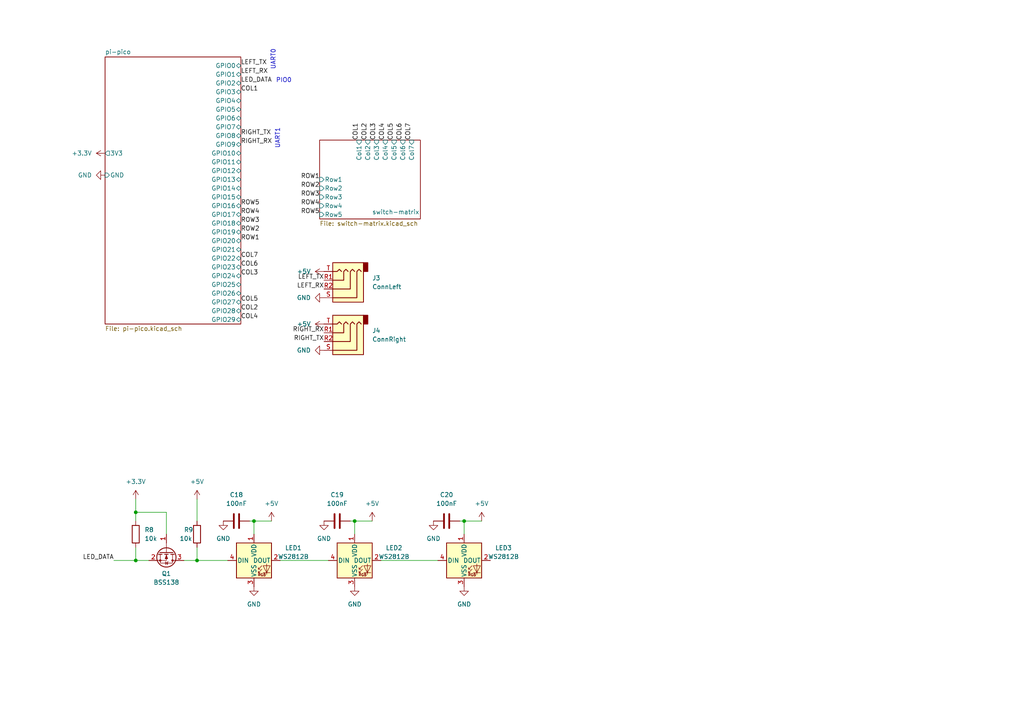
<source format=kicad_sch>
(kicad_sch (version 20230121) (generator eeschema)
  (paper "A4")
  (lib_symbols
    (symbol "Connector_Audio:AudioJack4"
      (property "Reference" "J" (at 0 8.89 0))
      (property "Value" "AudioJack4" (at 0 6.35 0))
      (symbol "AudioJack4_0_1"
        (rectangle (start -6.35 -5.08) (end -7.62 -7.62) (stroke (width 0.254)) (fill (type outline)))
        (polyline (pts (xy 0 -5.08) (xy 0.635 -5.715) (xy 1.27 -5.08) (xy 2.54 -5.08)) (stroke (width 0.254)))
        (polyline (pts (xy -5.715 -5.08) (xy -5.08 -5.715) (xy -4.445 -5.08) (xy -4.445 2.54) (xy 2.54 2.54)) (stroke (width 0.254)))
        (polyline (pts (xy -1.905 -5.08) (xy -1.27 -5.715) (xy -0.635 -5.08) (xy -0.635 -2.54) (xy 2.54 -2.54)) (stroke (width 0.254)))
        (polyline (pts (xy 2.54 0) (xy -2.54 0) (xy -2.54 -5.08) (xy -3.175 -5.715) (xy -3.81 -5.08)) (stroke (width 0.254)))
        (rectangle (start 2.54 3.81) (end -6.35 -7.62) (stroke (width 0.254)) (fill (type background)))
      )
      (symbol "AudioJack4_1_1"
        (pin passive line (at 5.08 -2.54 180) (length 2.54) (name "~") (number "R1"))
        (pin passive line (at 5.08 0 180) (length 2.54) (name "~") (number "R2"))
        (pin passive line (at 5.08 2.54 180) (length 2.54) (name "~") (number "S"))
        (pin passive line (at 5.08 -5.08 180) (length 2.54) (name "~") (number "T"))
      )
    )
    (symbol "Device:C" (pin_numbers hide) (pin_names (offset 0.254))
      (property "Reference" "C" (at 0.635 2.54 0))
      (property "Value" "C" (at 0.635 -2.54 0))
      (symbol "C_0_1"
        (polyline (pts (xy -2.032 -0.762) (xy 2.032 -0.762)) (stroke (width 0.508)))
        (polyline (pts (xy -2.032 0.762) (xy 2.032 0.762)) (stroke (width 0.508)))
      )
      (symbol "C_1_1"
        (pin passive line (at 0 3.81 270) (length 2.794) (name "~") (number "1"))
        (pin passive line (at 0 -3.81 90) (length 2.794) (name "~") (number "2"))
      )
    )
    (symbol "Device:R" (pin_numbers hide) (pin_names (offset 0))
      (property "Reference" "R" (at 2.032 0 90))
      (property "Value" "R" (at 0 0 90))
      (symbol "R_0_1"
        (rectangle (start -1.016 -2.54) (end 1.016 2.54) (stroke (width 0.254)))
      )
      (symbol "R_1_1"
        (pin passive line (at 0 3.81 270) (length 1.27) (name "~") (number "1"))
        (pin passive line (at 0 -3.81 90) (length 1.27) (name "~") (number "2"))
      )
    )
    (symbol "LED:WS2812B" (pin_names (offset 0.254))
      (property "Reference" "D" (at 5.08 5.715 0))
      (property "Value" "WS2812B" (at 1.27 -5.715 0))
      (symbol "WS2812B_0_0"
        (text "RGB" (at 2.286 -4.191 0) (effects (font (size 0.762 0.762))))
      )
      (symbol "WS2812B_0_1"
        (polyline (pts (xy 1.27 -3.556) (xy 1.778 -3.556)))
        (polyline (pts (xy 1.27 -2.54) (xy 1.778 -2.54)))
        (polyline (pts (xy 4.699 -3.556) (xy 2.667 -3.556)))
        (polyline (pts (xy 2.286 -2.54) (xy 1.27 -3.556) (xy 1.27 -3.048)))
        (polyline (pts (xy 2.286 -1.524) (xy 1.27 -2.54) (xy 1.27 -2.032)))
        (polyline (pts (xy 3.683 -1.016) (xy 3.683 -3.556) (xy 3.683 -4.064)))
        (polyline (pts (xy 4.699 -1.524) (xy 2.667 -1.524) (xy 3.683 -3.556) (xy 4.699 -1.524)))
        (rectangle (start 5.08 5.08) (end -5.08 -5.08) (stroke (width 0.254)) (fill (type background)))
      )
      (symbol "WS2812B_1_1"
        (pin power_in line (at 0 7.62 270) (length 2.54) (name "VDD") (number "1"))
        (pin output line (at 7.62 0 180) (length 2.54) (name "DOUT") (number "2"))
        (pin power_in line (at 0 -7.62 90) (length 2.54) (name "VSS") (number "3"))
        (pin input line (at -7.62 0 0) (length 2.54) (name "DIN") (number "4"))
      )
    )
    (symbol "Transistor_FET:BSS138" (pin_names hide)
      (property "Reference" "Q" (at 5.08 1.905 0))
      (property "Value" "BSS138" (at 5.08 0 0))
      (symbol "BSS138_0_1"
        (polyline (pts (xy 0.254 0) (xy -2.54 0)))
        (polyline (pts (xy 0.254 1.905) (xy 0.254 -1.905)) (stroke (width 0.254)))
        (polyline (pts (xy 0.762 -1.27) (xy 0.762 -2.286)) (stroke (width 0.254)))
        (polyline (pts (xy 0.762 0.508) (xy 0.762 -0.508)) (stroke (width 0.254)))
        (polyline (pts (xy 0.762 2.286) (xy 0.762 1.27)) (stroke (width 0.254)))
        (polyline (pts (xy 2.54 2.54) (xy 2.54 1.778)))
        (polyline (pts (xy 2.54 -2.54) (xy 2.54 0) (xy 0.762 0)))
        (polyline (pts (xy 0.762 -1.778) (xy 3.302 -1.778) (xy 3.302 1.778) (xy 0.762 1.778)))
        (polyline (pts (xy 1.016 0) (xy 2.032 0.381) (xy 2.032 -0.381) (xy 1.016 0)) (fill (type outline)))
        (polyline (pts (xy 2.794 0.508) (xy 2.921 0.381) (xy 3.683 0.381) (xy 3.81 0.254)))
        (polyline (pts (xy 3.302 0.381) (xy 2.921 -0.254) (xy 3.683 -0.254) (xy 3.302 0.381)))
        (circle (center 1.651 0) (radius 2.794) (stroke (width 0.254)))
        (circle (center 2.54 -1.778) (radius 0.254) (fill (type outline)))
        (circle (center 2.54 1.778) (radius 0.254) (fill (type outline)))
      )
      (symbol "BSS138_1_1"
        (pin input line (at -5.08 0 0) (length 2.54) (name "G") (number "1"))
        (pin passive line (at 2.54 -5.08 90) (length 2.54) (name "S") (number "2"))
        (pin passive line (at 2.54 5.08 270) (length 2.54) (name "D") (number "3"))
      )
    )
    (symbol "power:+3.3V" (power) (pin_names (offset 0))
      (property "Value" "+3.3V" (at 0 3.556 0))
      (symbol "+3.3V_0_1"
        (polyline (pts (xy -0.762 1.27) (xy 0 2.54)))
        (polyline (pts (xy 0 0) (xy 0 2.54)))
        (polyline (pts (xy 0 2.54) (xy 0.762 1.27)))
      )
      (symbol "+3.3V_1_1"
        (pin power_in line (at 0 0 90) (length 0) hide (name "+3.3V") (number "1"))
      )
    )
    (symbol "power:+5V" (power) (pin_names (offset 0))
      (property "Value" "+5V" (at 0 3.556 0))
      (symbol "+5V_0_1"
        (polyline (pts (xy -0.762 1.27) (xy 0 2.54)))
        (polyline (pts (xy 0 0) (xy 0 2.54)))
        (polyline (pts (xy 0 2.54) (xy 0.762 1.27)))
      )
      (symbol "+5V_1_1"
        (pin power_in line (at 0 0 90) (length 0) hide (name "+5V") (number "1"))
      )
    )
    (symbol "power:GND" (power) (pin_names (offset 0))
      (property "Value" "GND" (at 0 -3.81 0))
      (symbol "GND_0_1"
        (polyline (pts (xy 0 0) (xy 0 -1.27) (xy 1.27 -1.27) (xy 0 -2.54) (xy -1.27 -1.27) (xy 0 -1.27)))
      )
      (symbol "GND_1_1"
        (pin power_in line (at 0 0 270) (length 0) hide (name "GND") (number "1"))
      )
    )
  )
  (junction (at 134.62 151.13))
  (junction (at 39.37 162.56))
  (junction (at 73.66 151.13))
  (junction (at 102.87 151.13))
  (junction (at 39.37 148.59))
  (junction (at 57.15 162.56))
  (wire (pts (xy 39.37 148.59) (xy 39.37 151.13)))
  (wire (pts (xy 39.37 162.56) (xy 43.18 162.56)))
  (wire (pts (xy 73.66 151.13) (xy 78.74 151.13)))
  (wire (pts (xy 33.02 162.56) (xy 39.37 162.56)))
  (wire (pts (xy 102.87 151.13) (xy 107.95 151.13)))
  (wire (pts (xy 134.62 151.13) (xy 134.62 154.94)))
  (wire (pts (xy 102.87 151.13) (xy 102.87 154.94)))
  (wire (pts (xy 81.28 162.56) (xy 95.25 162.56)))
  (wire (pts (xy 57.15 162.56) (xy 66.04 162.56)))
  (wire (pts (xy 133.35 151.13) (xy 134.62 151.13)))
  (wire (pts (xy 48.26 148.59) (xy 48.26 154.94)))
  (wire (pts (xy 57.15 144.78) (xy 57.15 151.13)))
  (wire (pts (xy 39.37 144.78) (xy 39.37 148.59)))
  (wire (pts (xy 39.37 148.59) (xy 48.26 148.59)))
  (wire (pts (xy 57.15 158.75) (xy 57.15 162.56)))
  (wire (pts (xy 101.6 151.13) (xy 102.87 151.13)))
  (wire (pts (xy 134.62 151.13) (xy 139.7 151.13)))
  (wire (pts (xy 39.37 158.75) (xy 39.37 162.56)))
  (wire (pts (xy 73.66 151.13) (xy 73.66 154.94)))
  (wire (pts (xy 110.49 162.56) (xy 127 162.56)))
  (wire (pts (xy 72.39 151.13) (xy 73.66 151.13)))
  (wire (pts (xy 53.34 162.56) (xy 57.15 162.56)))
  (text "UART0\n" (at 80.01 20.32 90) (effects (font (size 1.27 1.27)) (justify left bottom)))
  (text "UART1" (at 81.28 43.18 90) (effects (font (size 1.27 1.27)) (justify left bottom)))
  (text "PIO0" (at 80.01 24.13 0) (effects (font (size 1.27 1.27)) (justify left bottom)))
  (label "LEFT_TX" (at 93.98 81.28 180))
  (label "COL5" (at 69.85 87.63 0))
  (label "COL6" (at 116.84 40.64 90))
  (label "LEFT_RX" (at 69.85 21.59 0))
  (label "COL2" (at 106.68 40.64 90))
  (label "RIGHT_RX" (at 69.85 41.91 0))
  (label "COL2" (at 69.85 90.17 0))
  (label "COL7" (at 119.38 40.64 90))
  (label "ROW3" (at 69.85 64.77 0))
  (label "ROW4" (at 92.71 59.69 180))
  (label "COL7" (at 69.85 74.93 0))
  (label "COL3" (at 109.22 40.64 90))
  (label "COL5" (at 114.3 40.64 90))
  (label "COL4" (at 111.76 40.64 90))
  (label "RIGHT_RX" (at 93.98 96.52 180))
  (label "COL6" (at 69.85 77.47 0))
  (label "LEFT_TX" (at 69.85 19.05 0))
  (label "ROW2" (at 92.71 54.61 180))
  (label "RIGHT_TX" (at 93.98 99.06 180))
  (label "LED_DATA" (at 33.02 162.56 180))
  (label "COL3" (at 69.85 80.01 0))
  (label "ROW5" (at 92.71 62.23 180))
  (label "COL4" (at 69.85 92.71 0))
  (label "RIGHT_TX" (at 69.85 39.37 0))
  (label "ROW3" (at 92.71 57.15 180))
  (label "ROW5" (at 69.85 59.69 0))
  (label "LEFT_RX" (at 93.98 83.82 180))
  (label "COL1" (at 69.85 26.67 0))
  (label "ROW1" (at 92.71 52.07 180))
  (label "ROW4" (at 69.85 62.23 0))
  (label "ROW2" (at 69.85 67.31 0))
  (label "LED_DATA" (at 69.85 24.13 0))
  (label "ROW1" (at 69.85 69.85 0))
  (label "COL1" (at 104.14 40.64 90))
  (symbol (lib_id "power:+3.3V") (at 39.37 144.78 0) (unit 1)
    (property "Reference" "#PWR040" (effects hide))
    (property "Value" "+3.3V" (at 39.37 139.7 0))
  )
  (symbol (lib_id "power:GND") (at 93.98 86.36 270) (unit 1)
    (property "Reference" "#PWR035" (effects hide))
    (property "Value" "GND" (at 90.17 86.36 90) (effects (justify right)))
  )
  (symbol (lib_id "power:+5V") (at 139.7 151.13 0) (unit 1)
    (property "Reference" "#PWR049" (effects hide))
    (property "Value" "+5V" (at 139.7 146.05 0))
  )
  (symbol (lib_id "power:+5V") (at 78.74 151.13 0) (unit 1)
    (property "Reference" "#PWR039" (effects hide))
    (property "Value" "+5V" (at 78.74 146.05 0))
  )
  (symbol (lib_id "power:+3.3V") (at 30.48 44.45 90) (unit 1)
    (property "Reference" "#PWR041" (effects hide))
    (property "Value" "+3.3V" (at 26.67 44.45 90) (effects (justify left)))
  )
  (symbol (lib_id "LED:WS2812B") (at 73.66 162.56 0) (unit 1)
    (property "Reference" "LED1" (at 85.09 158.9121 0))
    (property "Value" "WS2812B" (at 85.09 161.4521 0))
    (property "Footprint" "LED_SMD:LED_WS2812B_PLCC4_5.0x5.0mm_P3.2mm" (effects hide))
    (property "Datasheet" "https://cdn-shop.adafruit.com/datasheets/WS2812B.pdf" (effects hide))
  )
  (symbol (lib_id "Device:R") (at 57.15 154.94 0) (unit 1)
    (property "Reference" "R9" (at 53.34 153.67 0) (effects (justify left)))
    (property "Value" "10k" (at 52.07 156.21 0) (effects (justify left)))
    (property "Footprint" "Resistor_SMD:R_0603_1608Metric_Pad0.98x0.95mm_HandSolder" (effects hide))
    (property "LCSC" "C25804" (effects hide))
  )
  (symbol (lib_id "power:GND") (at 134.62 170.18 0) (unit 1)
    (property "Reference" "#PWR048" (effects hide))
    (property "Value" "GND" (at 134.62 175.26 0))
  )
  (symbol (lib_id "Device:C") (at 68.58 151.13 270) (unit 1)
    (property "Reference" "C18" (at 68.58 143.51 90))
    (property "Value" "100nF" (at 68.58 146.05 90))
    (property "Footprint" "Capacitor_SMD:C_0402_1005Metric" (effects hide))
    (property "LCSC" "C1525" (effects hide))
  )
  (symbol (lib_id "power:GND") (at 30.48 50.8 270) (unit 1)
    (property "Reference" "#PWR042" (effects hide))
    (property "Value" "GND" (at 26.67 50.8 90) (effects (justify right)))
  )
  (symbol (lib_id "Transistor_FET:BSS138") (at 48.26 160.02 270) (unit 1)
    (property "Reference" "Q1" (at 48.26 166.37 90))
    (property "Value" "BSS138" (at 48.26 168.91 90))
    (property "Footprint" "Package_TO_SOT_SMD:SOT-23" (effects hide))
    (property "Datasheet" "https://www.onsemi.com/pub/Collateral/BSS138-D.PDF" (effects hide))
    (property "LCSC" "C78284" (effects hide))
  )
  (symbol (lib_id "power:+5V") (at 57.15 144.78 0) (unit 1)
    (property "Reference" "#PWR043" (effects hide))
    (property "Value" "+5V" (at 57.15 139.7 0))
  )
  (symbol (lib_id "Device:C") (at 97.79 151.13 270) (unit 1)
    (property "Reference" "C19" (at 97.79 143.51 90))
    (property "Value" "100nF" (at 97.79 146.05 90))
    (property "Footprint" "Capacitor_SMD:C_0402_1005Metric" (effects hide))
    (property "LCSC" "C1525" (effects hide))
  )
  (symbol (lib_id "LED:WS2812B") (at 134.62 162.56 0) (unit 1)
    (property "Reference" "LED3" (at 146.05 158.9121 0))
    (property "Value" "WS2812B" (at 146.05 161.4521 0))
    (property "Footprint" "LED_SMD:LED_WS2812B_PLCC4_5.0x5.0mm_P3.2mm" (effects hide))
    (property "Datasheet" "https://cdn-shop.adafruit.com/datasheets/WS2812B.pdf" (effects hide))
  )
  (symbol (lib_id "LED:WS2812B") (at 102.87 162.56 0) (unit 1)
    (property "Reference" "LED2" (at 114.3 158.9121 0))
    (property "Value" "WS2812B" (at 114.3 161.4521 0))
    (property "Footprint" "LED_SMD:LED_WS2812B_PLCC4_5.0x5.0mm_P3.2mm" (effects hide))
    (property "Datasheet" "https://cdn-shop.adafruit.com/datasheets/WS2812B.pdf" (effects hide))
  )
  (symbol (lib_id "power:GND") (at 64.77 151.13 0) (unit 1)
    (property "Reference" "#PWR038" (effects hide))
    (property "Value" "GND" (at 64.77 156.21 0))
  )
  (symbol (lib_id "power:+5V") (at 93.98 93.98 90) (unit 1)
    (property "Reference" "#PWR034" (effects hide))
    (property "Value" "+5V" (at 90.17 93.98 90) (effects (justify left)))
  )
  (symbol (lib_id "power:GND") (at 125.73 151.13 0) (unit 1)
    (property "Reference" "#PWR047" (effects hide))
    (property "Value" "GND" (at 125.73 156.21 0))
  )
  (symbol (lib_id "Device:R") (at 39.37 154.94 0) (unit 1)
    (property "Reference" "R8" (at 41.91 153.67 0) (effects (justify left)))
    (property "Value" "10k" (at 41.91 156.21 0) (effects (justify left)))
    (property "Footprint" "Resistor_SMD:R_0603_1608Metric_Pad0.98x0.95mm_HandSolder" (effects hide))
    (property "LCSC" "C25804" (effects hide))
  )
  (symbol (lib_id "power:GND") (at 93.98 101.6 270) (unit 1)
    (property "Reference" "#PWR036" (effects hide))
    (property "Value" "GND" (at 90.17 101.6 90) (effects (justify right)))
  )
  (symbol (lib_id "power:GND") (at 93.98 151.13 0) (unit 1)
    (property "Reference" "#PWR044" (effects hide))
    (property "Value" "GND" (at 93.98 156.21 0))
  )
  (symbol (lib_id "Device:C") (at 129.54 151.13 270) (unit 1)
    (property "Reference" "C20" (at 129.54 143.51 90))
    (property "Value" "100nF" (at 129.54 146.05 90))
    (property "Footprint" "Capacitor_SMD:C_0402_1005Metric" (effects hide))
    (property "LCSC" "C1525" (effects hide))
  )
  (symbol (lib_id "Connector_Audio:AudioJack4") (at 99.06 83.82 180) (unit 1)
    (property "Reference" "J3" (at 107.95 80.645 0) (effects (justify right)))
    (property "Value" "ConnLeft" (at 107.95 83.185 0) (effects (justify right)))
    (property "Footprint" "audio_jack:PJ-342B" (effects hide))
    (property "LCSC" "C668606" (effects hide))
  )
  (symbol (lib_id "power:+5V") (at 93.98 78.74 90) (unit 1)
    (property "Reference" "#PWR033" (effects hide))
    (property "Value" "+5V" (at 90.17 78.74 90) (effects (justify left)))
  )
  (symbol (lib_id "power:GND") (at 73.66 170.18 0) (unit 1)
    (property "Reference" "#PWR037" (effects hide))
    (property "Value" "GND" (at 73.66 175.26 0))
  )
  (symbol (lib_id "Connector_Audio:AudioJack4") (at 99.06 99.06 180) (unit 1)
    (property "Reference" "J4" (at 107.95 95.885 0) (effects (justify right)))
    (property "Value" "ConnRight" (at 107.95 98.425 0) (effects (justify right)))
    (property "Footprint" "audio_jack:PJ-342B" (effects hide))
    (property "LCSC" "C668606" (effects hide))
  )
  (symbol (lib_id "power:GND") (at 102.87 170.18 0) (unit 1)
    (property "Reference" "#PWR045" (effects hide))
    (property "Value" "GND" (at 102.87 175.26 0))
  )
  (symbol (lib_id "power:+5V") (at 107.95 151.13 0) (unit 1)
    (property "Reference" "#PWR046" (effects hide))
    (property "Value" "+5V" (at 107.95 146.05 0))
  )
  (sheet (at 92.71 40.64) (size 29.21 22.86) (stroke (width 0.1524))
    (property "Sheetname" "switch-matrix" (at 107.95 62.23 0) (effects (justify left bottom)))
    (property "Sheetfile" "switch-matrix.kicad_sch" (at 92.71 64.0846 0) (effects (justify left top)))
    (pin "Col5" input (at 114.3 40.64 90))
    (pin "Col6" input (at 116.84 40.64 90))
    (pin "Col7" input (at 119.38 40.64 90))
    (pin "Col2" input (at 106.68 40.64 90))
    (pin "Col3" input (at 109.22 40.64 90))
    (pin "Col4" input (at 111.76 40.64 90))
    (pin "Row1" input (at 92.71 52.07 180))
    (pin "Row2" input (at 92.71 54.61 180))
    (pin "Col1" input (at 104.14 40.64 90))
    (pin "Row3" input (at 92.71 57.15 180))
    (pin "Row4" input (at 92.71 59.69 180))
    (pin "Row5" input (at 92.71 62.23 180))
  )
  (sheet (at 30.48 16.51) (size 39.37 77.47) (stroke (width 0.1524))
    (property "Sheetname" "pi-pico" (at 30.48 15.7984 0) (effects (justify left bottom)))
    (property "Sheetfile" "pi-pico.kicad_sch" (at 30.48 94.5646 0) (effects (justify left top)))
    (pin "GPIO26" bidirectional (at 69.85 85.09 0))
    (pin "GPIO23" bidirectional (at 69.85 77.47 0))
    (pin "GPIO25" bidirectional (at 69.85 82.55 0))
    (pin "GPIO24" bidirectional (at 69.85 80.01 0))
    (pin "GPIO27" bidirectional (at 69.85 87.63 0))
    (pin "GPIO28" bidirectional (at 69.85 90.17 0))
    (pin "GPIO29" bidirectional (at 69.85 92.71 0))
    (pin "GPIO0" bidirectional (at 69.85 19.05 0))
    (pin "GPIO1" bidirectional (at 69.85 21.59 0))
    (pin "GPIO2" bidirectional (at 69.85 24.13 0))
    (pin "GPIO3" bidirectional (at 69.85 26.67 0))
    (pin "GPIO19" bidirectional (at 69.85 67.31 0))
    (pin "GPIO4" bidirectional (at 69.85 29.21 0))
    (pin "GPIO20" bidirectional (at 69.85 69.85 0))
    (pin "GPIO21" bidirectional (at 69.85 72.39 0))
    (pin "GPIO22" bidirectional (at 69.85 74.93 0))
    (pin "GPIO17" bidirectional (at 69.85 62.23 0))
    (pin "GPIO12" bidirectional (at 69.85 49.53 0))
    (pin "GPIO13" bidirectional (at 69.85 52.07 0))
    (pin "GPIO14" bidirectional (at 69.85 54.61 0))
    (pin "GPIO15" bidirectional (at 69.85 57.15 0))
    (pin "GPIO16" bidirectional (at 69.85 59.69 0))
    (pin "GPIO18" bidirectional (at 69.85 64.77 0))
    (pin "GPIO10" bidirectional (at 69.85 44.45 0))
    (pin "GPIO6" bidirectional (at 69.85 34.29 0))
    (pin "GPIO8" bidirectional (at 69.85 39.37 0))
    (pin "GPIO7" bidirectional (at 69.85 36.83 0))
    (pin "GPIO9" bidirectional (at 69.85 41.91 0))
    (pin "GPIO5" bidirectional (at 69.85 31.75 0))
    (pin "GPIO11" bidirectional (at 69.85 46.99 0))
    (pin "3V3" output (at 30.48 44.45 180))
    (pin "GND" input (at 30.48 50.8 180))
  )
)
</source>
